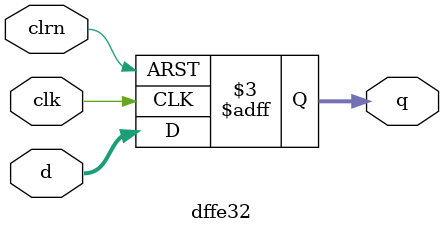
<source format=v>
`timescale 1ns / 1ps


module dffe32(
    input [31:0] d,
    input clk,
    input clrn,
    output reg [31:0] q
    );

    always @(posedge clk or negedge clrn)
        if(clrn == 0) begin
            q <= 0;
        end
        else q <= d;
endmodule
</source>
